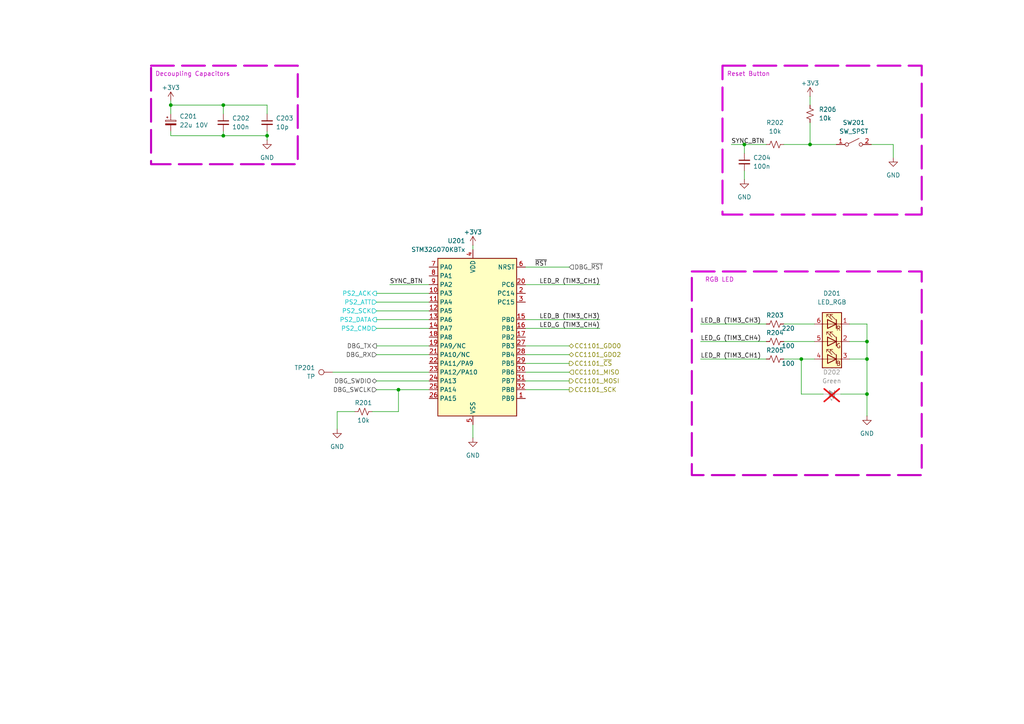
<source format=kicad_sch>
(kicad_sch (version 20231120) (generator "eeschema") (generator_version "8.0")
  (paper "A4")
  (title_block (title "Project Antares - Receiver") (date "2024-08-22") (rev "Rev 1") (company "Ouroboros Embedded Education") (comment 1 "Pablo Jean Rozario"))
  (lib_symbols
    (symbol "Connector:TestPoint" (pin_numbers hide) (pin_names (offset 0.762) hide)
      (property "Reference" "TP" (at 0 6.858 0))
      (property "Value" "TestPoint" (at 0 5.08 0))
      (symbol "TestPoint_0_1"
        (circle (center 0 3.302) (radius 0.762))
      )
      (symbol "TestPoint_1_1"
        (pin passive line (at 0 0 90) (length 2.54) (name "1") (number "1"))
      )
    )
    (symbol "Device:C_Polarized_Small" (pin_numbers hide) (pin_names (offset 0.254) hide)
      (property "Reference" "C" (at 0.254 1.778 0))
      (property "Value" "C_Polarized_Small" (at 0.254 -2.032 0))
      (symbol "C_Polarized_Small_0_1"
        (rectangle (start -1.524 -0.3048) (end 1.524 -0.6858) (fill (type outline)))
        (rectangle (start -1.524 0.6858) (end 1.524 0.3048))
        (polyline (pts (xy -1.27 1.524) (xy -0.762 1.524)))
        (polyline (pts (xy -1.016 1.27) (xy -1.016 1.778)))
      )
      (symbol "C_Polarized_Small_1_1"
        (pin passive line (at 0 2.54 270) (length 1.8542) (name "~") (number "1"))
        (pin passive line (at 0 -2.54 90) (length 1.8542) (name "~") (number "2"))
      )
    )
    (symbol "Device:C_Small" (pin_numbers hide) (pin_names (offset 0.254) hide)
      (property "Reference" "C" (at 0.254 1.778 0))
      (property "Value" "C_Small" (at 0.254 -2.032 0))
      (symbol "C_Small_0_1"
        (polyline (pts (xy -1.524 -0.508) (xy 1.524 -0.508)) (stroke (width 0.3302)))
        (polyline (pts (xy -1.524 0.508) (xy 1.524 0.508)) (stroke (width 0.3048)))
      )
      (symbol "C_Small_1_1"
        (pin passive line (at 0 2.54 270) (length 2.032) (name "~") (number "1"))
        (pin passive line (at 0 -2.54 90) (length 2.032) (name "~") (number "2"))
      )
    )
    (symbol "Device:LED_RGB" (pin_names (offset 0) hide)
      (property "Reference" "D" (at 0 9.398 0))
      (property "Value" "LED_RGB" (at 0 -8.89 0))
      (symbol "LED_RGB_0_0"
        (text "B" (at -1.905 -6.35 0) (effects (font (size 1.27 1.27))))
        (text "G" (at -1.905 -1.27 0) (effects (font (size 1.27 1.27))))
        (text "R" (at -1.905 3.81 0) (effects (font (size 1.27 1.27))))
      )
      (symbol "LED_RGB_0_1"
        (polyline (pts (xy -1.27 -5.08) (xy -2.54 -5.08)))
        (polyline (pts (xy -1.27 -5.08) (xy 1.27 -5.08)))
        (polyline (pts (xy -1.27 -3.81) (xy -1.27 -6.35)) (stroke (width 0.254)))
        (polyline (pts (xy -1.27 0) (xy -2.54 0)))
        (polyline (pts (xy -1.27 1.27) (xy -1.27 -1.27)) (stroke (width 0.254)))
        (polyline (pts (xy -1.27 5.08) (xy -2.54 5.08)))
        (polyline (pts (xy -1.27 5.08) (xy 1.27 5.08)))
        (polyline (pts (xy -1.27 6.35) (xy -1.27 3.81)) (stroke (width 0.254)))
        (polyline (pts (xy 1.27 -5.08) (xy 2.54 -5.08)))
        (polyline (pts (xy 1.27 0) (xy -1.27 0)))
        (polyline (pts (xy 1.27 0) (xy 2.54 0)))
        (polyline (pts (xy 1.27 5.08) (xy 2.54 5.08)))
        (polyline (pts (xy -1.27 1.27) (xy -1.27 -1.27) (xy -1.27 -1.27)))
        (polyline (pts (xy -1.27 6.35) (xy -1.27 3.81) (xy -1.27 3.81)))
        (polyline (pts (xy 1.27 -3.81) (xy 1.27 -6.35) (xy -1.27 -5.08) (xy 1.27 -3.81)) (stroke (width 0.254)))
        (polyline (pts (xy 1.27 1.27) (xy 1.27 -1.27) (xy -1.27 0) (xy 1.27 1.27)) (stroke (width 0.254)))
        (polyline (pts (xy 1.27 6.35) (xy 1.27 3.81) (xy -1.27 5.08) (xy 1.27 6.35)) (stroke (width 0.254)))
        (polyline (pts (xy -1.016 -3.81) (xy 0.508 -2.286) (xy -0.254 -2.286) (xy 0.508 -2.286) (xy 0.508 -3.048)))
        (polyline (pts (xy -1.016 1.27) (xy 0.508 2.794) (xy -0.254 2.794) (xy 0.508 2.794) (xy 0.508 2.032)))
        (polyline (pts (xy -1.016 6.35) (xy 0.508 7.874) (xy -0.254 7.874) (xy 0.508 7.874) (xy 0.508 7.112)))
        (polyline (pts (xy 0 -3.81) (xy 1.524 -2.286) (xy 0.762 -2.286) (xy 1.524 -2.286) (xy 1.524 -3.048)))
        (polyline (pts (xy 0 1.27) (xy 1.524 2.794) (xy 0.762 2.794) (xy 1.524 2.794) (xy 1.524 2.032)))
        (polyline (pts (xy 0 6.35) (xy 1.524 7.874) (xy 0.762 7.874) (xy 1.524 7.874) (xy 1.524 7.112)))
        (rectangle (start 1.27 -1.27) (end 1.27 1.27))
        (rectangle (start 1.27 1.27) (end 1.27 1.27))
        (rectangle (start 1.27 3.81) (end 1.27 6.35))
        (rectangle (start 1.27 6.35) (end 1.27 6.35))
        (rectangle (start 2.794 8.382) (end -2.794 -7.62) (stroke (width 0.254)) (fill (type background)))
      )
      (symbol "LED_RGB_1_1"
        (pin passive line (at -5.08 5.08 0) (length 2.54) (name "RK") (number "1"))
        (pin passive line (at -5.08 0 0) (length 2.54) (name "GK") (number "2"))
        (pin passive line (at -5.08 -5.08 0) (length 2.54) (name "BK") (number "3"))
        (pin passive line (at 5.08 -5.08 180) (length 2.54) (name "BA") (number "4"))
        (pin passive line (at 5.08 0 180) (length 2.54) (name "GA") (number "5"))
        (pin passive line (at 5.08 5.08 180) (length 2.54) (name "RA") (number "6"))
      )
    )
    (symbol "Device:LED_Small_Filled" (pin_numbers hide) (pin_names (offset 0.254) hide)
      (property "Reference" "D" (at -1.27 3.175 0))
      (property "Value" "LED_Small_Filled" (at -4.445 -2.54 0))
      (symbol "LED_Small_Filled_0_1"
        (polyline (pts (xy -0.762 -1.016) (xy -0.762 1.016)) (stroke (width 0.254)))
        (polyline (pts (xy 1.016 0) (xy -0.762 0)))
        (polyline (pts (xy 0.762 -1.016) (xy -0.762 0) (xy 0.762 1.016) (xy 0.762 -1.016)) (stroke (width 0.254)) (fill (type outline)))
        (polyline (pts (xy 0 0.762) (xy -0.508 1.27) (xy -0.254 1.27) (xy -0.508 1.27) (xy -0.508 1.016)))
        (polyline (pts (xy 0.508 1.27) (xy 0 1.778) (xy 0.254 1.778) (xy 0 1.778) (xy 0 1.524)))
      )
      (symbol "LED_Small_Filled_1_1"
        (pin passive line (at -2.54 0 0) (length 1.778) (name "K") (number "1"))
        (pin passive line (at 2.54 0 180) (length 1.778) (name "A") (number "2"))
      )
    )
    (symbol "Device:R_Small_US" (pin_numbers hide) (pin_names (offset 0.254) hide)
      (property "Reference" "R" (at 0.762 0.508 0))
      (property "Value" "R_Small_US" (at 0.762 -1.016 0))
      (symbol "R_Small_US_1_1"
        (polyline (pts (xy 0 0) (xy 1.016 -0.381) (xy 0 -0.762) (xy -1.016 -1.143) (xy 0 -1.524)))
        (polyline (pts (xy 0 1.524) (xy 1.016 1.143) (xy 0 0.762) (xy -1.016 0.381) (xy 0 0)))
        (pin passive line (at 0 2.54 270) (length 1.016) (name "~") (number "1"))
        (pin passive line (at 0 -2.54 90) (length 1.016) (name "~") (number "2"))
      )
    )
    (symbol "MCU_ST_STM32G0:STM32G070KBTx"
      (property "Reference" "U" (at -10.16 24.13 0))
      (property "Value" "STM32G070KBTx" (at 5.08 24.13 0))
      (symbol "STM32G070KBTx_0_1"
        (rectangle (start -10.16 -22.86) (end 12.7 22.86) (stroke (width 0.254)) (fill (type background)))
      )
      (symbol "STM32G070KBTx_1_1"
        (pin bidirectional line (at -12.7 -17.78 0) (length 2.54) (name "PB9") (number "1"))
        (pin bidirectional line (at 15.24 12.7 180) (length 2.54) (name "PA3") (number "10"))
        (pin bidirectional line (at 15.24 10.16 180) (length 2.54) (name "PA4") (number "11"))
        (pin bidirectional line (at 15.24 7.62 180) (length 2.54) (name "PA5") (number "12"))
        (pin bidirectional line (at 15.24 5.08 180) (length 2.54) (name "PA6") (number "13"))
        (pin bidirectional line (at 15.24 2.54 180) (length 2.54) (name "PA7") (number "14"))
        (pin bidirectional line (at -12.7 5.08 0) (length 2.54) (name "PB0") (number "15"))
        (pin bidirectional line (at -12.7 2.54 0) (length 2.54) (name "PB1") (number "16"))
        (pin bidirectional line (at -12.7 0 0) (length 2.54) (name "PB2") (number "17"))
        (pin bidirectional line (at 15.24 0 180) (length 2.54) (name "PA8") (number "18"))
        (pin bidirectional line (at 15.24 -2.54 180) (length 2.54) (name "PA9/NC") (number "19"))
        (pin bidirectional line (at -12.7 12.7 0) (length 2.54) (name "PC14") (number "2"))
        (pin bidirectional line (at -12.7 15.24 0) (length 2.54) (name "PC6") (number "20"))
        (pin bidirectional line (at 15.24 -5.08 180) (length 2.54) (name "PA10/NC") (number "21"))
        (pin bidirectional line (at 15.24 -7.62 180) (length 2.54) (name "PA11/PA9") (number "22"))
        (pin bidirectional line (at 15.24 -10.16 180) (length 2.54) (name "PA12/PA10") (number "23"))
        (pin bidirectional line (at 15.24 -12.7 180) (length 2.54) (name "PA13") (number "24"))
        (pin bidirectional line (at 15.24 -15.24 180) (length 2.54) (name "PA14") (number "25"))
        (pin bidirectional line (at 15.24 -17.78 180) (length 2.54) (name "PA15") (number "26"))
        (pin bidirectional line (at -12.7 -2.54 0) (length 2.54) (name "PB3") (number "27"))
        (pin bidirectional line (at -12.7 -5.08 0) (length 2.54) (name "PB4") (number "28"))
        (pin bidirectional line (at -12.7 -7.62 0) (length 2.54) (name "PB5") (number "29"))
        (pin bidirectional line (at -12.7 10.16 0) (length 2.54) (name "PC15") (number "3"))
        (pin bidirectional line (at -12.7 -10.16 0) (length 2.54) (name "PB6") (number "30"))
        (pin bidirectional line (at -12.7 -12.7 0) (length 2.54) (name "PB7") (number "31"))
        (pin bidirectional line (at -12.7 -15.24 0) (length 2.54) (name "PB8") (number "32"))
        (pin power_in line (at 2.54 25.4 270) (length 2.54) (name "VDD") (number "4"))
        (pin power_in line (at 2.54 -25.4 90) (length 2.54) (name "VSS") (number "5"))
        (pin input line (at -12.7 20.32 0) (length 2.54) (name "NRST") (number "6"))
        (pin bidirectional line (at 15.24 20.32 180) (length 2.54) (name "PA0") (number "7"))
        (pin bidirectional line (at 15.24 17.78 180) (length 2.54) (name "PA1") (number "8"))
        (pin bidirectional line (at 15.24 15.24 180) (length 2.54) (name "PA2") (number "9"))
      )
    )
    (symbol "Switch:SW_SPST" (pin_names (offset 0) hide)
      (property "Reference" "SW" (at 0 3.175 0))
      (property "Value" "SW_SPST" (at 0 -2.54 0))
      (symbol "SW_SPST_0_0"
        (circle (center -2.032 0) (radius 0.508))
        (polyline (pts (xy -1.524 0.254) (xy 1.524 1.778)))
        (circle (center 2.032 0) (radius 0.508))
      )
      (symbol "SW_SPST_1_1"
        (pin passive line (at -5.08 0 0) (length 2.54) (name "A") (number "1"))
        (pin passive line (at 5.08 0 180) (length 2.54) (name "B") (number "2"))
      )
    )
    (symbol "power:+3V3" (power) (pin_numbers hide) (pin_names (offset 0) hide)
      (property "Value" "+3V3" (at 0 3.556 0))
      (symbol "+3V3_0_1"
        (polyline (pts (xy -0.762 1.27) (xy 0 2.54)))
        (polyline (pts (xy 0 0) (xy 0 2.54)))
        (polyline (pts (xy 0 2.54) (xy 0.762 1.27)))
      )
      (symbol "+3V3_1_1"
        (pin power_in line (at 0 0 90) (length 0) (name "~") (number "1"))
      )
    )
    (symbol "power:GND" (power) (pin_numbers hide) (pin_names (offset 0) hide)
      (property "Value" "GND" (at 0 -3.81 0))
      (symbol "GND_0_1"
        (polyline (pts (xy 0 0) (xy 0 -1.27) (xy 1.27 -1.27) (xy 0 -2.54) (xy -1.27 -1.27) (xy 0 -1.27)))
      )
      (symbol "GND_1_1"
        (pin power_in line (at 0 0 270) (length 0) (name "~") (number "1"))
      )
    )
  )
  (junction (at 77.47 39.37))
  (junction (at 234.95 41.91))
  (junction (at 232.41 104.14))
  (junction (at 251.46 104.14))
  (junction (at 64.77 30.48))
  (junction (at 64.77 39.37))
  (junction (at 251.46 99.06))
  (junction (at 115.57 113.03))
  (junction (at 49.53 30.48))
  (junction (at 215.9 41.91))
  (junction (at 251.46 114.3))
  (wire (pts (xy 152.4 107.95) (xy 165.1 107.95)))
  (wire (pts (xy 107.95 119.38) (xy 115.57 119.38)))
  (wire (pts (xy 137.16 71.12) (xy 137.16 72.39)))
  (wire (pts (xy 251.46 114.3) (xy 251.46 120.65)))
  (wire (pts (xy 77.47 39.37) (xy 64.77 39.37)))
  (wire (pts (xy 232.41 104.14) (xy 236.22 104.14)))
  (wire (pts (xy 152.4 95.25) (xy 173.99 95.25)))
  (wire (pts (xy 251.46 104.14) (xy 251.46 114.3)))
  (wire (pts (xy 109.22 92.71) (xy 124.46 92.71)))
  (wire (pts (xy 243.84 114.3) (xy 251.46 114.3)))
  (wire (pts (xy 203.2 99.06) (xy 222.25 99.06)))
  (wire (pts (xy 77.47 30.48) (xy 64.77 30.48)))
  (wire (pts (xy 49.53 29.21) (xy 49.53 30.48)))
  (wire (pts (xy 49.53 30.48) (xy 49.53 33.02)))
  (wire (pts (xy 222.25 41.91) (xy 215.9 41.91)))
  (wire (pts (xy 109.22 102.87) (xy 124.46 102.87)))
  (wire (pts (xy 64.77 30.48) (xy 49.53 30.48)))
  (wire (pts (xy 227.33 93.98) (xy 236.22 93.98)))
  (wire (pts (xy 115.57 119.38) (xy 115.57 113.03)))
  (wire (pts (xy 77.47 33.02) (xy 77.47 30.48)))
  (wire (pts (xy 109.22 87.63) (xy 124.46 87.63)))
  (wire (pts (xy 246.38 104.14) (xy 251.46 104.14)))
  (wire (pts (xy 109.22 113.03) (xy 115.57 113.03)))
  (wire (pts (xy 109.22 90.17) (xy 124.46 90.17)))
  (wire (pts (xy 64.77 38.1) (xy 64.77 39.37)))
  (wire (pts (xy 124.46 107.95) (xy 96.52 107.95)))
  (wire (pts (xy 251.46 99.06) (xy 251.46 104.14)))
  (wire (pts (xy 259.08 45.72) (xy 259.08 41.91)))
  (wire (pts (xy 49.53 39.37) (xy 49.53 38.1)))
  (wire (pts (xy 77.47 38.1) (xy 77.47 39.37)))
  (wire (pts (xy 246.38 99.06) (xy 251.46 99.06)))
  (wire (pts (xy 215.9 41.91) (xy 215.9 44.45)))
  (wire (pts (xy 203.2 93.98) (xy 222.25 93.98)))
  (wire (pts (xy 115.57 113.03) (xy 124.46 113.03)))
  (wire (pts (xy 251.46 93.98) (xy 246.38 93.98)))
  (wire (pts (xy 232.41 104.14) (xy 232.41 114.3)))
  (wire (pts (xy 137.16 123.19) (xy 137.16 127)))
  (wire (pts (xy 109.22 100.33) (xy 124.46 100.33)))
  (wire (pts (xy 212.09 41.91) (xy 215.9 41.91)))
  (wire (pts (xy 152.4 113.03) (xy 165.1 113.03)))
  (wire (pts (xy 234.95 41.91) (xy 242.57 41.91)))
  (wire (pts (xy 102.87 119.38) (xy 97.79 119.38)))
  (wire (pts (xy 232.41 114.3) (xy 238.76 114.3)))
  (wire (pts (xy 113.03 82.55) (xy 124.46 82.55)))
  (wire (pts (xy 227.33 41.91) (xy 234.95 41.91)))
  (wire (pts (xy 109.22 95.25) (xy 124.46 95.25)))
  (wire (pts (xy 152.4 105.41) (xy 165.1 105.41)))
  (wire (pts (xy 227.33 99.06) (xy 236.22 99.06)))
  (wire (pts (xy 152.4 82.55) (xy 173.99 82.55)))
  (wire (pts (xy 97.79 119.38) (xy 97.79 124.46)))
  (wire (pts (xy 234.95 35.56) (xy 234.95 41.91)))
  (wire (pts (xy 109.22 110.49) (xy 124.46 110.49)))
  (wire (pts (xy 227.33 104.14) (xy 232.41 104.14)))
  (wire (pts (xy 251.46 93.98) (xy 251.46 99.06)))
  (wire (pts (xy 215.9 49.53) (xy 215.9 52.07)))
  (wire (pts (xy 152.4 100.33) (xy 165.1 100.33)))
  (wire (pts (xy 152.4 102.87) (xy 165.1 102.87)))
  (wire (pts (xy 259.08 41.91) (xy 252.73 41.91)))
  (wire (pts (xy 152.4 92.71) (xy 173.99 92.71)))
  (wire (pts (xy 109.22 85.09) (xy 124.46 85.09)))
  (wire (pts (xy 77.47 39.37) (xy 77.47 40.64)))
  (wire (pts (xy 152.4 77.47) (xy 165.1 77.47)))
  (wire (pts (xy 234.95 27.94) (xy 234.95 30.48)))
  (wire (pts (xy 64.77 30.48) (xy 64.77 33.02)))
  (wire (pts (xy 203.2 104.14) (xy 222.25 104.14)))
  (wire (pts (xy 152.4 110.49) (xy 165.1 110.49)))
  (wire (pts (xy 64.77 39.37) (xy 49.53 39.37)))
  (rectangle (start 43.815 19.05) (end 86.36 47.625) (stroke (width 0.6) (type dash) (color 194 0 194 1)))
  (rectangle (start 200.66 78.74) (end 267.335 137.795) (stroke (width 0.6) (type dash) (color 194 0 194 1)))
  (rectangle (start 209.55 19.05) (end 267.335 62.23) (stroke (width 0.6) (type dash) (color 194 0 194 1)))
  (text "Reset Button" (at 210.82 21.59 0) (effects (font (size 1.27 1.27)) (justify left)))
  (text "Decoupling Capacitors" (at 55.88 21.59 0) (effects (font (size 1.27 1.27))))
  (text "RGB LED" (at 204.47 81.28 0) (effects (font (size 1.27 1.27)) (justify left)))
  (label "LED_G (TIM3_CH4)" (at 173.99 95.25 180))
  (label "SYNC_BTN" (at 113.03 82.55 0))
  (label "LED_B (TIM3_CH3)" (at 203.2 93.98 0))
  (label "SYNC_BTN" (at 212.09 41.91 0))
  (label "~{RST}" (at 158.75 77.47 180))
  (label "LED_G (TIM3_CH4)" (at 203.2 99.06 0))
  (label "LED_R (TIM3_CH1)" (at 173.99 82.55 180))
  (label "LED_B (TIM3_CH3)" (at 173.99 92.71 180))
  (label "LED_R (TIM3_CH1)" (at 203.2 104.14 0))
  (hierarchical_label "CC1101_MOSI" (shape output) (at 165.1 110.49 0))
  (hierarchical_label "CC1101_GDO0" (shape bidirectional) (at 165.1 100.33 0))
  (hierarchical_label "CC1101_~{CS}" (shape output) (at 165.1 105.41 0))
  (hierarchical_label "PS2_CMD" (shape input) (at 109.22 95.25 180))
  (hierarchical_label "PS2_DATA" (shape output) (at 109.22 92.71 180))
  (hierarchical_label "DBG_TX" (shape output) (at 109.22 100.33 180))
  (hierarchical_label "DBG_~{RST}" (shape input) (at 165.1 77.47 0))
  (hierarchical_label "CC1101_SCK" (shape output) (at 165.1 113.03 0))
  (hierarchical_label "PS2_SCK" (shape input) (at 109.22 90.17 180))
  (hierarchical_label "CC1101_MISO" (shape input) (at 165.1 107.95 0))
  (hierarchical_label "DBG_SWDIO" (shape bidirectional) (at 109.22 110.49 180))
  (hierarchical_label "DBG_SWCLK" (shape input) (at 109.22 113.03 180))
  (hierarchical_label "PS2_ATT" (shape input) (at 109.22 87.63 180))
  (hierarchical_label "PS2_ACK" (shape output) (at 109.22 85.09 180))
  (hierarchical_label "CC1101_GDO2" (shape bidirectional) (at 165.1 102.87 0))
  (hierarchical_label "DBG_RX" (shape input) (at 109.22 102.87 180))
  (symbol (lib_id "Device:C_Small") (at 215.9 46.99 0) (unit 1)
    (property "Reference" "C204" (at 218.44 45.7262 0) (effects (justify left)))
    (property "Value" "100n" (at 218.44 48.2662 0) (effects (justify left)))
    (property "Footprint" "Capacitor_SMD:C_0603_1608Metric" (effects (hide yes)))
    (property "Description" "Unpolarized capacitor, small symbol" (effects (hide yes)))
    (property "LCSC" "C14663" (effects (hide yes)))
    (property "PN" "CC0603KRX7R9BB104" (effects (hide yes)))
  )
  (symbol (lib_id "Device:R_Small_US") (at 224.79 99.06 90) (unit 1)
    (property "Reference" "R204" (at 224.79 96.52 90))
    (property "Value" "100" (at 228.6 100.33 90))
    (property "Footprint" "Resistor_SMD:R_0603_1608Metric" (effects (hide yes)))
    (property "Description" "Resistor, small US symbol" (effects (hide yes)))
    (property "LCSC" "C25201" (effects (hide yes)))
    (property "PN" "0603WAJ0101T5E" (effects (hide yes)))
  )
  (symbol (lib_id "Device:C_Polarized_Small") (at 49.53 35.56 0) (unit 1)
    (property "Reference" "C201" (at 52.07 33.7438 0) (effects (justify left)))
    (property "Value" "22u 10V" (at 52.07 36.2838 0) (effects (justify left)))
    (property "Footprint" "Capacitor_Tantalum_SMD:CP_EIA-3216-12_Kemet-S" (effects (hide yes)))
    (property "Description" "Polarized capacitor, small symbol" (effects (hide yes)))
    (property "LCSC" "C129272" (effects (hide yes)))
    (property "PN" "CA45-A-10V-22uF-K" (effects (hide yes)))
  )
  (symbol (lib_id "power:+3V3") (at 234.95 27.94 0) (unit 1)
    (property "Reference" "#PWR04" (effects (hide yes)))
    (property "Value" "+3V3" (at 234.95 24.13 0))
    (property "Description" "Power symbol creates a global label with name \"+3V3\"" (effects (hide yes)))
  )
  (symbol (lib_id "Device:R_Small_US") (at 224.79 104.14 90) (unit 1)
    (property "Reference" "R205" (at 224.79 101.6 90))
    (property "Value" "100" (at 228.6 105.41 90))
    (property "Footprint" "Resistor_SMD:R_0603_1608Metric" (effects (hide yes)))
    (property "Description" "Resistor, small US symbol" (effects (hide yes)))
    (property "LCSC" "C25201" (effects (hide yes)))
    (property "PN" "0603WAJ0101T5E" (effects (hide yes)))
  )
  (symbol (lib_id "Device:R_Small_US") (at 105.41 119.38 90) (unit 1)
    (property "Reference" "R201" (at 105.41 116.84 90))
    (property "Value" "10k" (at 105.41 121.92 90))
    (property "Footprint" "Resistor_SMD:R_0603_1608Metric" (effects (hide yes)))
    (property "Description" "Resistor, small US symbol" (effects (hide yes)))
    (property "LCSC" "C2930027" (effects (hide yes)))
    (property "PN" "FRC0603J103TS" (effects (hide yes)))
  )
  (symbol (lib_id "power:GND") (at 251.46 120.65 0) (unit 1)
    (property "Reference" "#PWR09" (effects (hide yes)))
    (property "Value" "GND" (at 251.46 125.73 0))
    (property "Description" "Power symbol creates a global label with name \"GND\" , ground" (effects (hide yes)))
  )
  (symbol (lib_id "power:GND") (at 97.79 124.46 0) (unit 1)
    (property "Reference" "#PWR08" (effects (hide yes)))
    (property "Value" "GND" (at 97.79 129.54 0))
    (property "Description" "Power symbol creates a global label with name \"GND\" , ground" (effects (hide yes)))
  )
  (symbol (lib_id "Device:R_Small_US") (at 224.79 41.91 90) (unit 1)
    (property "Reference" "R202" (at 224.79 35.56 90))
    (property "Value" "10k" (at 224.79 38.1 90))
    (property "Footprint" "Resistor_SMD:R_0603_1608Metric" (effects (hide yes)))
    (property "Description" "Resistor, small US symbol" (effects (hide yes)))
    (property "LCSC" "C2930027" (effects (hide yes)))
    (property "PN" "FRC0603J103TS" (effects (hide yes)))
  )
  (symbol (lib_id "MCU_ST_STM32G0:STM32G070KBTx") (at 139.7 97.79 0) (mirror y) (unit 1)
    (property "Reference" "U201" (at 134.9659 69.85 0) (effects (justify left)))
    (property "Value" "STM32G070KBTx" (at 134.9659 72.39 0) (effects (justify left)))
    (property "Footprint" "Package_QFP:LQFP-32_7x7mm_P0.8mm" (effects (hide yes)))
    (property "Datasheet" "https://www.st.com/resource/en/datasheet/stm32g070kb.pdf" (effects (hide yes)))
    (property "Description" "STMicroelectronics Arm Cortex-M0+ MCU, 128KB flash, 36KB RAM, 64 MHz, 2.0-3.6V, 29 GPIO, LQFP32" (effects (hide yes)))
    (property "LCSC" "C529339" (effects (hide yes)))
    (property "PN" "STM32G070KBT6" (effects (hide yes)))
  )
  (symbol (lib_id "Device:LED_RGB") (at 241.3 99.06 0) (mirror y) (unit 1)
    (property "Reference" "D201" (at 241.3 85.09 0))
    (property "Value" "LED_RGB" (at 241.3 87.63 0))
    (property "Footprint" "LED_SMD:LED_RGB_5050-6" (effects (hide yes)))
    (property "Description" "RGB LED, 6 pin package" (effects (hide yes)))
    (property "LCSC" "C913089" (effects (hide yes)))
    (property "PN" "LTST-G563EGBW" (effects (hide yes)))
  )
  (symbol (lib_id "power:GND") (at 215.9 52.07 0) (unit 1)
    (property "Reference" "#PWR06" (effects (hide yes)))
    (property "Value" "GND" (at 215.9 57.15 0))
    (property "Description" "Power symbol creates a global label with name \"GND\" , ground" (effects (hide yes)))
  )
  (symbol (lib_id "power:GND") (at 77.47 40.64 0) (unit 1)
    (property "Reference" "#PWR01" (effects (hide yes)))
    (property "Value" "GND" (at 77.47 45.72 0))
    (property "Description" "Power symbol creates a global label with name \"GND\" , ground" (effects (hide yes)))
  )
  (symbol (lib_id "power:GND") (at 259.08 45.72 0) (unit 1)
    (property "Reference" "#PWR05" (effects (hide yes)))
    (property "Value" "GND" (at 259.08 50.8 0))
    (property "Description" "Power symbol creates a global label with name \"GND\" , ground" (effects (hide yes)))
  )
  (symbol (lib_id "Connector:TestPoint") (at 96.52 107.95 90) (mirror x) (unit 1)
    (property "Reference" "TP201" (at 91.44 106.6799 90) (effects (justify left)))
    (property "Value" "TP" (at 91.44 109.2199 90) (effects (justify left)))
    (property "Footprint" "TestPoint:TestPoint_Pad_D2.0mm" (effects (hide yes)))
    (property "Description" "test point" (effects (hide yes)))
  )
  (symbol (lib_id "power:+3V3") (at 137.16 71.12 0) (unit 1)
    (property "Reference" "#PWR03" (effects (hide yes)))
    (property "Value" "+3V3" (at 137.16 67.31 0))
    (property "Description" "Power symbol creates a global label with name \"+3V3\"" (effects (hide yes)))
  )
  (symbol (lib_id "Device:R_Small_US") (at 224.79 93.98 90) (unit 1)
    (property "Reference" "R203" (at 224.79 91.44 90))
    (property "Value" "220" (at 228.6 95.25 90))
    (property "Footprint" "Resistor_SMD:R_0603_1608Metric" (effects (hide yes)))
    (property "Description" "Resistor, small US symbol" (effects (hide yes)))
    (property "LCSC" "C2907127" (effects (hide yes)))
    (property "PN" "FRC0603J221 TS" (effects (hide yes)))
  )
  (symbol (lib_id "Switch:SW_SPST") (at 247.65 41.91 0) (unit 1)
    (property "Reference" "SW201" (at 247.65 35.56 0))
    (property "Value" "SW_SPST" (at 247.65 38.1 0))
    (property "Footprint" "Button_Switch_SMD:SW_Push_1P1T_NO_6x6mm_H9.5mm" (effects (hide yes)))
    (property "Description" "Single Pole Single Throw (SPST) switch" (effects (hide yes)))
    (property "LCSC" "C3038675" (effects (hide yes)))
    (property "PN" "KH-6X6X9.5H-SMT" (effects (hide yes)))
  )
  (symbol (lib_id "Device:LED_Small_Filled") (at 241.3 114.3 180) (unit 1) (dnp yes)
    (property "Reference" "D202" (at 241.2365 107.95 0))
    (property "Value" "Green" (at 241.2365 110.49 0))
    (property "Footprint" "LED_SMD:LED_0603_1608Metric" (effects (hide yes)))
    (property "Description" "Light emitting diode, small symbol, filled shape" (effects (hide yes)))
    (property "LCSC" "C965804" (effects (hide yes)))
    (property "PN" "XL-1608UGC-04" (effects (hide yes)))
  )
  (symbol (lib_id "Device:C_Small") (at 64.77 35.56 0) (unit 1)
    (property "Reference" "C202" (at 67.31 34.2962 0) (effects (justify left)))
    (property "Value" "100n" (at 67.31 36.8362 0) (effects (justify left)))
    (property "Footprint" "Capacitor_SMD:C_0603_1608Metric" (effects (hide yes)))
    (property "Description" "Unpolarized capacitor, small symbol" (effects (hide yes)))
    (property "LCSC" "C14663" (effects (hide yes)))
    (property "PN" "CC0603KRX7R9BB104" (effects (hide yes)))
  )
  (symbol (lib_id "Device:R_Small_US") (at 234.95 33.02 0) (unit 1)
    (property "Reference" "R206" (at 237.49 31.7499 0) (effects (justify left)))
    (property "Value" "10k" (at 237.49 34.2899 0) (effects (justify left)))
    (property "Footprint" "Resistor_SMD:R_0603_1608Metric" (effects (hide yes)))
    (property "Description" "Resistor, small US symbol" (effects (hide yes)))
    (property "LCSC" "C2930027" (effects (hide yes)))
    (property "PN" "FRC0603J103TS" (effects (hide yes)))
  )
  (symbol (lib_id "power:GND") (at 137.16 127 0) (unit 1)
    (property "Reference" "#PWR07" (effects (hide yes)))
    (property "Value" "GND" (at 137.16 132.08 0))
    (property "Description" "Power symbol creates a global label with name \"GND\" , ground" (effects (hide yes)))
  )
  (symbol (lib_id "power:+3V3") (at 49.53 29.21 0) (unit 1)
    (property "Reference" "#PWR02" (effects (hide yes)))
    (property "Value" "+3V3" (at 49.53 25.4 0))
    (property "Description" "Power symbol creates a global label with name \"+3V3\"" (effects (hide yes)))
  )
  (symbol (lib_id "Device:C_Small") (at 77.47 35.56 0) (unit 1)
    (property "Reference" "C203" (at 80.01 34.2962 0) (effects (justify left)))
    (property "Value" "10p" (at 80.01 36.8362 0) (effects (justify left)))
    (property "Footprint" "Capacitor_SMD:C_0603_1608Metric" (effects (hide yes)))
    (property "Description" "Unpolarized capacitor, small symbol" (effects (hide yes)))
    (property "LCSC" "C106245" (effects (hide yes)))
    (property "PN" "CC0603JRNPO9BN100" (effects (hide yes)))
  )
)
</source>
